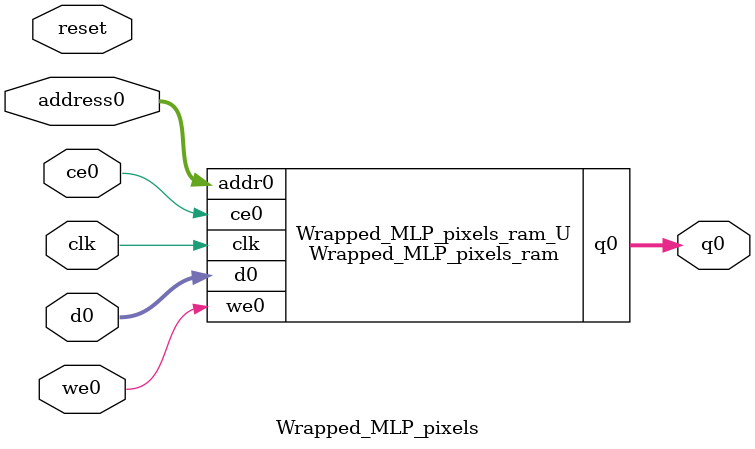
<source format=v>
`timescale 1 ns / 1 ps
module Wrapped_MLP_pixels_ram (addr0, ce0, d0, we0, q0,  clk);

parameter DWIDTH = 32;
parameter AWIDTH = 10;
parameter MEM_SIZE = 784;

input[AWIDTH-1:0] addr0;
input ce0;
input[DWIDTH-1:0] d0;
input we0;
output reg[DWIDTH-1:0] q0;
input clk;

(* ram_style = "block" *)reg [DWIDTH-1:0] ram[0:MEM_SIZE-1];




always @(posedge clk)  
begin 
    if (ce0) 
    begin
        if (we0) 
        begin 
            ram[addr0] <= d0; 
        end 
        q0 <= ram[addr0];
    end
end


endmodule

`timescale 1 ns / 1 ps
module Wrapped_MLP_pixels(
    reset,
    clk,
    address0,
    ce0,
    we0,
    d0,
    q0);

parameter DataWidth = 32'd32;
parameter AddressRange = 32'd784;
parameter AddressWidth = 32'd10;
input reset;
input clk;
input[AddressWidth - 1:0] address0;
input ce0;
input we0;
input[DataWidth - 1:0] d0;
output[DataWidth - 1:0] q0;



Wrapped_MLP_pixels_ram Wrapped_MLP_pixels_ram_U(
    .clk( clk ),
    .addr0( address0 ),
    .ce0( ce0 ),
    .we0( we0 ),
    .d0( d0 ),
    .q0( q0 ));

endmodule


</source>
